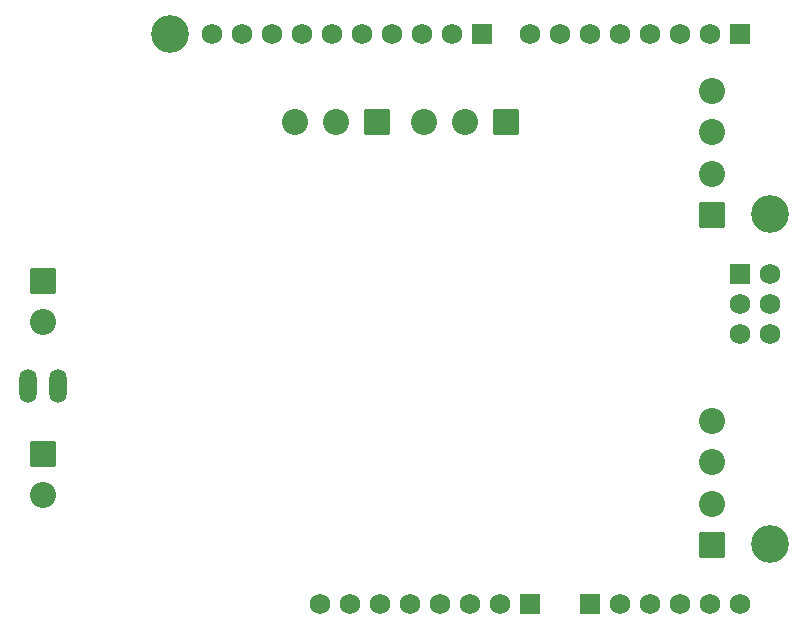
<source format=gbr>
%TF.GenerationSoftware,KiCad,Pcbnew,7.0.7*%
%TF.CreationDate,2023-10-02T21:57:18-04:00*%
%TF.ProjectId,vehicle_controL_module_0.1.0,76656869-636c-4655-9f63-6f6e74726f4c,rev?*%
%TF.SameCoordinates,Original*%
%TF.FileFunction,Soldermask,Bot*%
%TF.FilePolarity,Negative*%
%FSLAX46Y46*%
G04 Gerber Fmt 4.6, Leading zero omitted, Abs format (unit mm)*
G04 Created by KiCad (PCBNEW 7.0.7) date 2023-10-02 21:57:18*
%MOMM*%
%LPD*%
G01*
G04 APERTURE LIST*
G04 Aperture macros list*
%AMRoundRect*
0 Rectangle with rounded corners*
0 $1 Rounding radius*
0 $2 $3 $4 $5 $6 $7 $8 $9 X,Y pos of 4 corners*
0 Add a 4 corners polygon primitive as box body*
4,1,4,$2,$3,$4,$5,$6,$7,$8,$9,$2,$3,0*
0 Add four circle primitives for the rounded corners*
1,1,$1+$1,$2,$3*
1,1,$1+$1,$4,$5*
1,1,$1+$1,$6,$7*
1,1,$1+$1,$8,$9*
0 Add four rect primitives between the rounded corners*
20,1,$1+$1,$2,$3,$4,$5,0*
20,1,$1+$1,$4,$5,$6,$7,0*
20,1,$1+$1,$6,$7,$8,$9,0*
20,1,$1+$1,$8,$9,$2,$3,0*%
G04 Aperture macros list end*
%ADD10C,2.201600*%
%ADD11RoundRect,0.050800X-1.050000X1.050000X-1.050000X-1.050000X1.050000X-1.050000X1.050000X1.050000X0*%
%ADD12RoundRect,0.050800X1.050000X-1.050000X1.050000X1.050000X-1.050000X1.050000X-1.050000X-1.050000X0*%
%ADD13O,1.473200X2.844800*%
%ADD14C,3.200400*%
%ADD15C,1.752600*%
%ADD16RoundRect,0.050800X-0.825500X-0.825500X0.825500X-0.825500X0.825500X0.825500X-0.825500X0.825500X0*%
%ADD17RoundRect,0.050800X1.050000X1.050000X-1.050000X1.050000X-1.050000X-1.050000X1.050000X-1.050000X0*%
G04 APERTURE END LIST*
D10*
%TO.C,CON1*%
X118598750Y-105258950D03*
D11*
X118598750Y-101758950D03*
%TD*%
D10*
%TO.C,CON2*%
X118598750Y-119863950D03*
D11*
X118598750Y-116363950D03*
%TD*%
D10*
%TO.C,CON4*%
X175240750Y-85670950D03*
X175240750Y-89170950D03*
X175240750Y-92670950D03*
D12*
X175240750Y-96170950D03*
%TD*%
D10*
%TO.C,CON3*%
X175240750Y-113610950D03*
X175240750Y-117110950D03*
X175240750Y-120610950D03*
D12*
X175240750Y-124110950D03*
%TD*%
D13*
%TO.C,JP6*%
X119868750Y-110648950D03*
X117328750Y-110648950D03*
%TD*%
D14*
%TO.C,JP1*%
X129393750Y-80803950D03*
D15*
X132949750Y-80803950D03*
X135489750Y-80803950D03*
X138029750Y-80803950D03*
X140569750Y-80803950D03*
X143109750Y-80803950D03*
X145649750Y-80803950D03*
X148189750Y-80803950D03*
X150729750Y-80803950D03*
X153269750Y-80803950D03*
D16*
X155809750Y-80803950D03*
%TD*%
D15*
%TO.C,JP2*%
X159873750Y-80803950D03*
X162413750Y-80803950D03*
X164953750Y-80803950D03*
X167493750Y-80803950D03*
X170033750Y-80803950D03*
X172573750Y-80803950D03*
X175113750Y-80803950D03*
D16*
X177653750Y-80803950D03*
%TD*%
D14*
%TO.C,JP3*%
X180193750Y-123983950D03*
X180193750Y-96043950D03*
D15*
X180193750Y-101123950D03*
X180193750Y-103663950D03*
X180193750Y-106203950D03*
X177653750Y-106203950D03*
X177653750Y-103663950D03*
D16*
X177653750Y-101123950D03*
%TD*%
D15*
%TO.C,JP4*%
X177653750Y-129063950D03*
X175113750Y-129063950D03*
X172573750Y-129063950D03*
X170033750Y-129063950D03*
X167493750Y-129063950D03*
D16*
X164953750Y-129063950D03*
%TD*%
%TO.C,JP5*%
X159873750Y-129063950D03*
D15*
X157333750Y-129063950D03*
X154793750Y-129063950D03*
X152253750Y-129063950D03*
X149713750Y-129063950D03*
X147173750Y-129063950D03*
X144633750Y-129063950D03*
X142093750Y-129063950D03*
%TD*%
D10*
%TO.C,CON9*%
X150841750Y-88296950D03*
X154341750Y-88296950D03*
D17*
X157841750Y-88296950D03*
%TD*%
D10*
%TO.C,CON10*%
X139919750Y-88296950D03*
X143419750Y-88296950D03*
D17*
X146919750Y-88296950D03*
%TD*%
M02*

</source>
